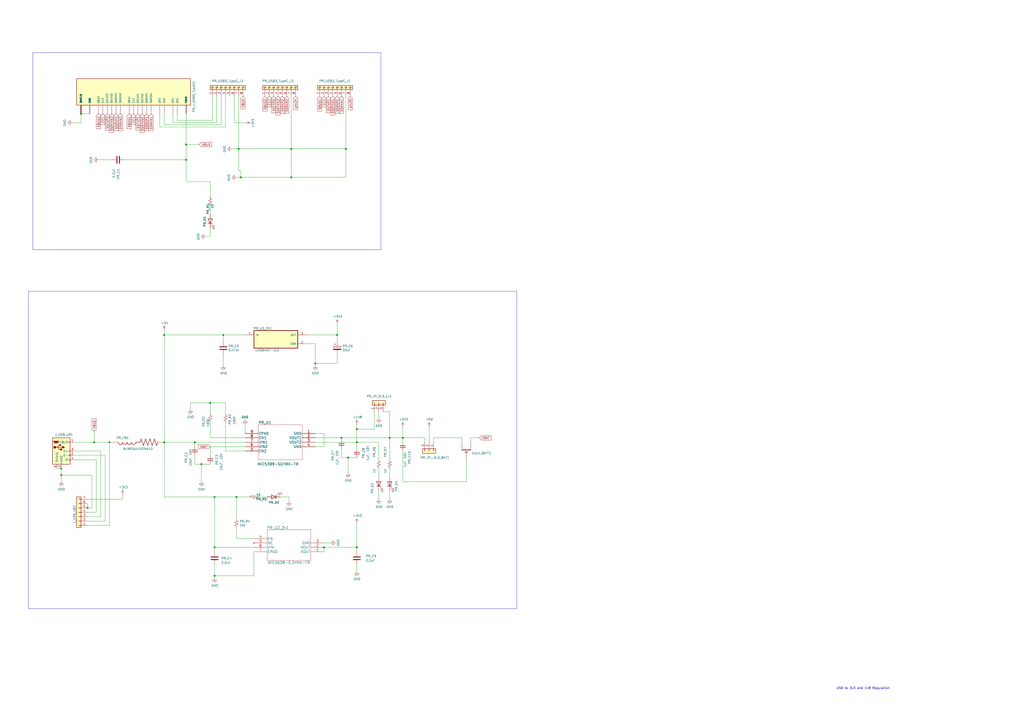
<source format=kicad_sch>
(kicad_sch (version 20230121) (generator eeschema)
  (paper "A2")
  (lib_symbols
    (symbol "BLM03AX102SN1D:BLM03AX102SN1D" (pin_numbers hide) (pin_names (offset 1.016) hide)
      (property "Reference" "FL" (at -12.7 5.08 0))
      (property "Value" "BLM03AX102SN1D" (at -12.7 -5.08 0))
      (symbol "BLM03AX102SN1D_0_0"
        (arc (start -12.7 0) (mid -11.43 -1.2645) (end -10.16 0) (stroke (width 0.254)))
        (arc (start -10.16 0) (mid -8.89 -1.2645) (end -7.62 0) (stroke (width 0.254)))
        (arc (start -7.62 0) (mid -6.35 -1.2645) (end -5.08 0) (stroke (width 0.254)))
        (arc (start -5.08 0) (mid -3.81 -1.2645) (end -2.54 0) (stroke (width 0.254)))
        (polyline (pts (xy 0 0) (xy -2.54 0)) (stroke (width 0.254)))
        (polyline (pts (xy 0 0) (xy 0.635 1.905)) (stroke (width 0.254)))
        (polyline (pts (xy 0.635 1.905) (xy 1.905 -1.905)) (stroke (width 0.254)))
        (polyline (pts (xy 1.905 -1.905) (xy 3.175 1.905)) (stroke (width 0.254)))
        (polyline (pts (xy 3.175 1.905) (xy 4.445 -1.905)) (stroke (width 0.254)))
        (polyline (pts (xy 4.445 -1.905) (xy 5.715 1.905)) (stroke (width 0.254)))
        (polyline (pts (xy 5.715 1.905) (xy 6.985 -1.905)) (stroke (width 0.254)))
        (polyline (pts (xy 6.985 -1.905) (xy 8.255 1.905)) (stroke (width 0.254)))
        (polyline (pts (xy 8.255 1.905) (xy 9.525 -1.905)) (stroke (width 0.254)))
        (polyline (pts (xy 9.525 -1.905) (xy 10.16 0)) (stroke (width 0.254)))
        (pin passive line (at -15.24 0 0) (length 2.54) (name "~") (number "1"))
        (pin passive line (at 12.7 0 180) (length 2.54) (name "~") (number "2"))
      )
    )
    (symbol "Connector:Screw_Terminal_01x08" (pin_names (offset 1.016) hide)
      (property "Reference" "J" (at 0 10.16 0))
      (property "Value" "Screw_Terminal_01x08" (at 0 -12.7 0))
      (symbol "Screw_Terminal_01x08_1_1"
        (rectangle (start -1.27 8.89) (end 1.27 -11.43) (stroke (width 0.254)) (fill (type background)))
        (circle (center 0 -10.16) (radius 0.635) (stroke (width 0.1524)))
        (circle (center 0 -7.62) (radius 0.635) (stroke (width 0.1524)))
        (circle (center 0 -5.08) (radius 0.635) (stroke (width 0.1524)))
        (circle (center 0 -2.54) (radius 0.635) (stroke (width 0.1524)))
        (polyline (pts (xy -0.5334 -9.8298) (xy 0.3302 -10.668)) (stroke (width 0.1524)))
        (polyline (pts (xy -0.5334 -7.2898) (xy 0.3302 -8.128)) (stroke (width 0.1524)))
        (polyline (pts (xy -0.5334 -4.7498) (xy 0.3302 -5.588)) (stroke (width 0.1524)))
        (polyline (pts (xy -0.5334 -2.2098) (xy 0.3302 -3.048)) (stroke (width 0.1524)))
        (polyline (pts (xy -0.5334 0.3302) (xy 0.3302 -0.508)) (stroke (width 0.1524)))
        (polyline (pts (xy -0.5334 2.8702) (xy 0.3302 2.032)) (stroke (width 0.1524)))
        (polyline (pts (xy -0.5334 5.4102) (xy 0.3302 4.572)) (stroke (width 0.1524)))
        (polyline (pts (xy -0.5334 7.9502) (xy 0.3302 7.112)) (stroke (width 0.1524)))
        (polyline (pts (xy -0.3556 -9.652) (xy 0.508 -10.4902)) (stroke (width 0.1524)))
        (polyline (pts (xy -0.3556 -7.112) (xy 0.508 -7.9502)) (stroke (width 0.1524)))
        (polyline (pts (xy -0.3556 -4.572) (xy 0.508 -5.4102)) (stroke (width 0.1524)))
        (polyline (pts (xy -0.3556 -2.032) (xy 0.508 -2.8702)) (stroke (width 0.1524)))
        (polyline (pts (xy -0.3556 0.508) (xy 0.508 -0.3302)) (stroke (width 0.1524)))
        (polyline (pts (xy -0.3556 3.048) (xy 0.508 2.2098)) (stroke (width 0.1524)))
        (polyline (pts (xy -0.3556 5.588) (xy 0.508 4.7498)) (stroke (width 0.1524)))
        (polyline (pts (xy -0.3556 8.128) (xy 0.508 7.2898)) (stroke (width 0.1524)))
        (circle (center 0 0) (radius 0.635) (stroke (width 0.1524)))
        (circle (center 0 2.54) (radius 0.635) (stroke (width 0.1524)))
        (circle (center 0 5.08) (radius 0.635) (stroke (width 0.1524)))
        (circle (center 0 7.62) (radius 0.635) (stroke (width 0.1524)))
        (pin passive line (at -5.08 7.62 0) (length 3.81) (name "Pin_1") (number "1"))
        (pin passive line (at -5.08 5.08 0) (length 3.81) (name "Pin_2") (number "2"))
        (pin passive line (at -5.08 2.54 0) (length 3.81) (name "Pin_3") (number "3"))
        (pin passive line (at -5.08 0 0) (length 3.81) (name "Pin_4") (number "4"))
        (pin passive line (at -5.08 -2.54 0) (length 3.81) (name "Pin_5") (number "5"))
        (pin passive line (at -5.08 -5.08 0) (length 3.81) (name "Pin_6") (number "6"))
        (pin passive line (at -5.08 -7.62 0) (length 3.81) (name "Pin_7") (number "7"))
        (pin passive line (at -5.08 -10.16 0) (length 3.81) (name "Pin_8") (number "8"))
      )
    )
    (symbol "Connector:USB_B_Micro" (pin_names (offset 1.016))
      (property "Reference" "J" (at -5.08 11.43 0))
      (property "Value" "USB_B_Micro" (at -5.08 8.89 0))
      (symbol "USB_B_Micro_0_1"
        (rectangle (start -5.08 -7.62) (end 5.08 7.62) (stroke (width 0.254)) (fill (type background)))
        (circle (center -3.81 2.159) (radius 0.635) (stroke (width 0.254)) (fill (type outline)))
        (circle (center -0.635 3.429) (radius 0.381) (stroke (width 0.254)) (fill (type outline)))
        (rectangle (start -0.127 -7.62) (end 0.127 -6.858))
        (polyline (pts (xy -1.905 2.159) (xy 0.635 2.159)) (stroke (width 0.254)))
        (polyline (pts (xy -3.175 2.159) (xy -2.54 2.159) (xy -1.27 3.429) (xy -0.635 3.429)) (stroke (width 0.254)))
        (polyline (pts (xy -2.54 2.159) (xy -1.905 2.159) (xy -1.27 0.889) (xy 0 0.889)) (stroke (width 0.254)))
        (polyline (pts (xy 0.635 2.794) (xy 0.635 1.524) (xy 1.905 2.159) (xy 0.635 2.794)) (stroke (width 0.254)) (fill (type outline)))
        (polyline (pts (xy -4.318 5.588) (xy -1.778 5.588) (xy -2.032 4.826) (xy -4.064 4.826) (xy -4.318 5.588)) (fill (type outline)))
        (polyline (pts (xy -4.699 5.842) (xy -4.699 5.588) (xy -4.445 4.826) (xy -4.445 4.572) (xy -1.651 4.572) (xy -1.651 4.826) (xy -1.397 5.588) (xy -1.397 5.842) (xy -4.699 5.842)))
        (rectangle (start 0.254 1.27) (end -0.508 0.508) (stroke (width 0.254)) (fill (type outline)))
        (rectangle (start 5.08 -5.207) (end 4.318 -4.953))
        (rectangle (start 5.08 -2.667) (end 4.318 -2.413))
        (rectangle (start 5.08 -0.127) (end 4.318 0.127))
        (rectangle (start 5.08 4.953) (end 4.318 5.207))
      )
      (symbol "USB_B_Micro_1_1"
        (pin power_out line (at 7.62 5.08 180) (length 2.54) (name "VBUS") (number "1"))
        (pin bidirectional line (at 7.62 -2.54 180) (length 2.54) (name "D-") (number "2"))
        (pin bidirectional line (at 7.62 0 180) (length 2.54) (name "D+") (number "3"))
        (pin passive line (at 7.62 -5.08 180) (length 2.54) (name "ID") (number "4"))
        (pin power_out line (at 0 -10.16 90) (length 2.54) (name "GND") (number "5"))
        (pin passive line (at -2.54 -10.16 90) (length 2.54) (name "Shield") (number "6"))
      )
    )
    (symbol "Connector_Generic:Conn_01x03" (pin_names (offset 1.016) hide)
      (property "Reference" "J" (at 0 5.08 0))
      (property "Value" "Conn_01x03" (at 0 -5.08 0))
      (symbol "Conn_01x03_1_1"
        (rectangle (start -1.27 -2.413) (end 0 -2.667) (stroke (width 0.1524)))
        (rectangle (start -1.27 0.127) (end 0 -0.127) (stroke (width 0.1524)))
        (rectangle (start -1.27 2.667) (end 0 2.413) (stroke (width 0.1524)))
        (rectangle (start -1.27 3.81) (end 1.27 -3.81) (stroke (width 0.254)) (fill (type background)))
        (pin passive line (at -5.08 2.54 0) (length 3.81) (name "Pin_1") (number "1"))
        (pin passive line (at -5.08 0 0) (length 3.81) (name "Pin_2") (number "2"))
        (pin passive line (at -5.08 -2.54 0) (length 3.81) (name "Pin_3") (number "3"))
      )
    )
    (symbol "Connector_Generic:Conn_01x07" (pin_names (offset 1.016) hide)
      (property "Reference" "J" (at 0 10.16 0))
      (property "Value" "Conn_01x07" (at 0 -10.16 0))
      (symbol "Conn_01x07_1_1"
        (rectangle (start -1.27 -7.493) (end 0 -7.747) (stroke (width 0.1524)))
        (rectangle (start -1.27 -4.953) (end 0 -5.207) (stroke (width 0.1524)))
        (rectangle (start -1.27 -2.413) (end 0 -2.667) (stroke (width 0.1524)))
        (rectangle (start -1.27 0.127) (end 0 -0.127) (stroke (width 0.1524)))
        (rectangle (start -1.27 2.667) (end 0 2.413) (stroke (width 0.1524)))
        (rectangle (start -1.27 5.207) (end 0 4.953) (stroke (width 0.1524)))
        (rectangle (start -1.27 7.747) (end 0 7.493) (stroke (width 0.1524)))
        (rectangle (start -1.27 8.89) (end 1.27 -8.89) (stroke (width 0.254)) (fill (type background)))
        (pin passive line (at -5.08 7.62 0) (length 3.81) (name "Pin_1") (number "1"))
        (pin passive line (at -5.08 5.08 0) (length 3.81) (name "Pin_2") (number "2"))
        (pin passive line (at -5.08 2.54 0) (length 3.81) (name "Pin_3") (number "3"))
        (pin passive line (at -5.08 0 0) (length 3.81) (name "Pin_4") (number "4"))
        (pin passive line (at -5.08 -2.54 0) (length 3.81) (name "Pin_5") (number "5"))
        (pin passive line (at -5.08 -5.08 0) (length 3.81) (name "Pin_6") (number "6"))
        (pin passive line (at -5.08 -7.62 0) (length 3.81) (name "Pin_7") (number "7"))
      )
    )
    (symbol "Device:C" (pin_numbers hide) (pin_names (offset 0.254))
      (property "Reference" "C" (at 0.635 2.54 0))
      (property "Value" "C" (at 0.635 -2.54 0))
      (symbol "C_0_1"
        (polyline (pts (xy -2.032 -0.762) (xy 2.032 -0.762)) (stroke (width 0.508)))
        (polyline (pts (xy -2.032 0.762) (xy 2.032 0.762)) (stroke (width 0.508)))
      )
      (symbol "C_1_1"
        (pin passive line (at 0 3.81 270) (length 2.794) (name "~") (number "1"))
        (pin passive line (at 0 -3.81 90) (length 2.794) (name "~") (number "2"))
      )
    )
    (symbol "Device:C_Small" (pin_numbers hide) (pin_names (offset 0.254) hide)
      (property "Reference" "C" (at 0.254 1.778 0))
      (property "Value" "C_Small" (at 0.254 -2.032 0))
      (symbol "C_Small_0_1"
        (polyline (pts (xy -1.524 -0.508) (xy 1.524 -0.508)) (stroke (width 0.3302)))
        (polyline (pts (xy -1.524 0.508) (xy 1.524 0.508)) (stroke (width 0.3048)))
      )
      (symbol "C_Small_1_1"
        (pin passive line (at 0 2.54 270) (length 2.032) (name "~") (number "1"))
        (pin passive line (at 0 -2.54 90) (length 2.032) (name "~") (number "2"))
      )
    )
    (symbol "Device:LED" (pin_numbers hide) (pin_names (offset 1.016) hide)
      (property "Reference" "D" (at 0 2.54 0))
      (property "Value" "LED" (at 0 -2.54 0))
      (symbol "LED_0_1"
        (polyline (pts (xy -1.27 -1.27) (xy -1.27 1.27)) (stroke (width 0.254)))
        (polyline (pts (xy -1.27 0) (xy 1.27 0)))
        (polyline (pts (xy 1.27 -1.27) (xy 1.27 1.27) (xy -1.27 0) (xy 1.27 -1.27)) (stroke (width 0.254)))
        (polyline (pts (xy -3.048 -0.762) (xy -4.572 -2.286) (xy -3.81 -2.286) (xy -4.572 -2.286) (xy -4.572 -1.524)))
        (polyline (pts (xy -1.778 -0.762) (xy -3.302 -2.286) (xy -2.54 -2.286) (xy -3.302 -2.286) (xy -3.302 -1.524)))
      )
      (symbol "LED_1_1"
        (pin passive line (at -3.81 0 0) (length 2.54) (name "K") (number "1"))
        (pin passive line (at 3.81 0 180) (length 2.54) (name "A") (number "2"))
      )
    )
    (symbol "Device:R_Small_US" (pin_numbers hide) (pin_names (offset 0.254) hide)
      (property "Reference" "R" (at 0.762 0.508 0))
      (property "Value" "R_Small_US" (at 0.762 -1.016 0))
      (symbol "R_Small_US_1_1"
        (polyline (pts (xy 0 0) (xy 1.016 -0.381) (xy 0 -0.762) (xy -1.016 -1.143) (xy 0 -1.524)))
        (polyline (pts (xy 0 1.524) (xy 1.016 1.143) (xy 0 0.762) (xy -1.016 0.381) (xy 0 0)))
        (pin passive line (at 0 2.54 270) (length 1.016) (name "~") (number "1"))
        (pin passive line (at 0 -2.54 90) (length 1.016) (name "~") (number "2"))
      )
    )
    (symbol "FPGAs-Ard_RPi_BB-rescue:CP-Device" (pin_numbers hide) (pin_names (offset 0.254))
      (property "Reference" "C" (at 0.635 2.54 0))
      (property "Value" "Device_CP" (at 0.635 -2.54 0))
      (symbol "CP-Device_0_1"
        (rectangle (start -2.286 0.508) (end 2.286 1.016))
        (polyline (pts (xy -1.778 2.286) (xy -0.762 2.286)))
        (polyline (pts (xy -1.27 2.794) (xy -1.27 1.778)))
        (rectangle (start 2.286 -0.508) (end -2.286 -1.016) (fill (type outline)))
      )
      (symbol "CP-Device_1_1"
        (pin passive line (at 0 3.81 270) (length 2.794) (name "~") (number "1"))
        (pin passive line (at 0 -3.81 90) (length 2.794) (name "~") (number "2"))
      )
    )
    (symbol "FPGAs-Ard_RPi_BB-rescue:CR2032-CR2032" (pin_numbers hide) (pin_names (offset 1.016) hide)
      (property "Reference" "U" (at -1.27 3.175 0))
      (property "Value" "CR2032_CR2032" (at -1.27 -5.08 0))
      (symbol "CR2032-CR2032_0_0"
        (polyline (pts (xy -2.54 0) (xy -0.635 0)) (stroke (width 0.1524)))
        (polyline (pts (xy -0.635 0) (xy -0.635 -0.635)) (stroke (width 0.4064)))
        (polyline (pts (xy -0.635 0.635) (xy -0.635 0)) (stroke (width 0.4064)))
        (polyline (pts (xy 0.635 -2.54) (xy 2.54 -2.54)) (stroke (width 0.1524)))
        (polyline (pts (xy 0.635 2.54) (xy 0.635 -2.54)) (stroke (width 0.4064)))
        (polyline (pts (xy 0.635 2.54) (xy 2.54 2.54)) (stroke (width 0.1524)))
        (pin passive line (at 5.08 2.54 180) (length 2.54) (name "~") (number "+$1"))
        (pin passive line (at 5.08 -2.54 180) (length 2.54) (name "~") (number "+$2"))
        (pin passive line (at -5.08 0 0) (length 2.54) (name "~") (number "-"))
      )
    )
    (symbol "FPGAs-Ard_RPi_BB-rescue:MIC5399-SGYMX-TR-2021-11-03_20-27-32" (pin_names (offset 0.254))
      (property "Reference" "U" (at 20.32 10.16 0))
      (property "Value" "2021-11-03_20-27-32_MIC5399-SGYMX-TR" (at 20.32 7.62 0))
      (symbol "MIC5399-SGYMX-TR-2021-11-03_20-27-32_1_1"
        (polyline (pts (xy 7.62 -15.24) (xy 33.02 -15.24)) (stroke (width 0.127)))
        (polyline (pts (xy 7.62 5.08) (xy 7.62 -15.24)) (stroke (width 0.127)))
        (polyline (pts (xy 33.02 -15.24) (xy 33.02 5.08)) (stroke (width 0.127)))
        (polyline (pts (xy 33.02 5.08) (xy 7.62 5.08)) (stroke (width 0.127)))
        (pin power_in line (at 0 0 0) (length 7.62) (name "GND") (number "1"))
        (pin output line (at 0 -2.54 0) (length 7.62) (name "VOUT1") (number "2"))
        (pin output line (at 0 -5.08 0) (length 7.62) (name "VOUT2") (number "3"))
        (pin power_in line (at 0 -7.62 0) (length 7.62) (name "GND") (number "4"))
        (pin input line (at 40.64 -10.16 180) (length 7.62) (name "EN2") (number "5"))
        (pin input line (at 40.64 -7.62 180) (length 7.62) (name "VIN2") (number "6"))
        (pin input line (at 40.64 -5.08 180) (length 7.62) (name "VIN1") (number "7"))
        (pin input line (at 40.64 -2.54 180) (length 7.62) (name "EN1") (number "8"))
        (pin unspecified line (at 40.64 0 180) (length 7.62) (name "EPAD") (number "9"))
      )
    )
    (symbol "FPGAs-Ard_RPi_BB-rescue:MIC5528-3.3YMX-TR-2021-10-30_08-35-38" (pin_names (offset 0.254))
      (property "Reference" "U" (at 20.32 10.16 0))
      (property "Value" "2021-10-30_08-35-38_MIC5528-3.3YMX-TR" (at 20.32 7.62 0))
      (symbol "MIC5528-3.3YMX-TR-2021-10-30_08-35-38_1_1"
        (polyline (pts (xy 7.62 -12.7) (xy 33.02 -12.7)) (stroke (width 0.127)))
        (polyline (pts (xy 7.62 5.08) (xy 7.62 -12.7)) (stroke (width 0.127)))
        (polyline (pts (xy 33.02 -12.7) (xy 33.02 5.08)) (stroke (width 0.127)))
        (polyline (pts (xy 33.02 5.08) (xy 7.62 5.08)) (stroke (width 0.127)))
        (pin output line (at 0 0 0) (length 7.62) (name "VOUT") (number "1"))
        (pin output line (at 0 -2.54 0) (length 7.62) (name "VOUT") (number "2"))
        (pin power_in line (at 0 -5.08 0) (length 7.62) (name "GND") (number "3"))
        (pin input line (at 40.64 -7.62 180) (length 7.62) (name "EN") (number "4"))
        (pin no_connect line (at 40.64 -5.08 180) (length 7.62) (name "NC") (number "5"))
        (pin input line (at 40.64 -2.54 180) (length 7.62) (name "VIN") (number "6"))
        (pin unspecified line (at 40.64 0 180) (length 7.62) (name "EPAD") (number "7"))
      )
    )
    (symbol "FPGAs-Ard_RPi_BB-rescue:UJ31-CH-31-SMT-TR-UJ31-CH-31-SMT-TR" (pin_numbers hide) (pin_names (offset 1.016))
      (property "Reference" "J" (at -7.62 33.655 0))
      (property "Value" "UJ31-CH-31-SMT-TR_UJ31-CH-31-SMT-TR" (at -7.62 -35.56 0))
      (symbol "UJ31-CH-31-SMT-TR-UJ31-CH-31-SMT-TR_0_0"
        (rectangle (start -7.62 -33.02) (end 7.62 33.02) (stroke (width 0.254)) (fill (type background)))
        (pin passive line (at 12.7 -30.48 180) (length 5.08) (name "SHIELD") (number "1"))
        (pin passive line (at 12.7 -30.48 180) (length 5.08) (name "SHIELD") (number "2"))
        (pin passive line (at 12.7 -30.48 180) (length 5.08) (name "SHIELD") (number "3"))
        (pin passive line (at 12.7 -30.48 180) (length 5.08) (name "SHIELD") (number "4"))
        (pin passive line (at 12.7 -30.48 180) (length 5.08) (name "SHIELD") (number "5"))
        (pin passive line (at 12.7 -30.48 180) (length 5.08) (name "SHIELD") (number "6"))
        (pin power_in line (at 12.7 -25.4 180) (length 5.08) (name "GND") (number "A1"))
        (pin bidirectional line (at 12.7 -7.62 180) (length 5.08) (name "SSRXN2") (number "A10"))
        (pin bidirectional line (at 12.7 -10.16 180) (length 5.08) (name "SSRXP2") (number "A11"))
        (pin power_in line (at 12.7 -25.4 180) (length 5.08) (name "GND") (number "A12"))
        (pin bidirectional line (at 12.7 2.54 180) (length 5.08) (name "SSTXP1") (number "A2"))
        (pin bidirectional line (at 12.7 5.08 180) (length 5.08) (name "SSTXN1") (number "A3"))
        (pin power_in line (at 12.7 30.48 180) (length 5.08) (name "VBUS") (number "A4"))
        (pin bidirectional line (at 12.7 0 180) (length 5.08) (name "CC1") (number "A5"))
        (pin bidirectional line (at 12.7 22.86 180) (length 5.08) (name "DP1") (number "A6"))
        (pin bidirectional line (at 12.7 25.4 180) (length 5.08) (name "DN1") (number "A7"))
        (pin bidirectional line (at 12.7 -2.54 180) (length 5.08) (name "SBU1") (number "A8"))
        (pin power_in line (at 12.7 30.48 180) (length 5.08) (name "VBUS") (number "A9"))
        (pin power_in line (at 12.7 -25.4 180) (length 5.08) (name "GND") (number "B1"))
        (pin bidirectional line (at 12.7 10.16 180) (length 5.08) (name "SSRXN1") (number "B10"))
        (pin bidirectional line (at 12.7 7.62 180) (length 5.08) (name "SSRXP1") (number "B11"))
        (pin power_in line (at 12.7 -25.4 180) (length 5.08) (name "GND") (number "B12"))
        (pin bidirectional line (at 12.7 -15.24 180) (length 5.08) (name "SSTXP2") (number "B2"))
        (pin bidirectional line (at 12.7 -12.7 180) (length 5.08) (name "SSTXN2") (number "B3"))
        (pin power_in line (at 12.7 30.48 180) (length 5.08) (name "VBUS") (number "B4"))
        (pin bidirectional line (at 12.7 -17.78 180) (length 5.08) (name "CC2") (number "B5"))
        (pin bidirectional line (at 12.7 15.24 180) (length 5.08) (name "DP2") (number "B6"))
        (pin bidirectional line (at 12.7 17.78 180) (length 5.08) (name "DN2") (number "B7"))
        (pin bidirectional line (at 12.7 -20.32 180) (length 5.08) (name "SBU2") (number "B8"))
        (pin power_in line (at 12.7 30.48 180) (length 5.08) (name "VBUS") (number "B9"))
        (pin passive line (at 12.7 -30.48 180) (length 5.08) (name "SHIELD") (number "S1"))
        (pin passive line (at 12.7 -30.48 180) (length 5.08) (name "SHIELD") (number "S2"))
      )
    )
    (symbol "LM3940IT-3.3:LM3940IT-3.3" (pin_names (offset 1.016))
      (property "Reference" "U" (at -12.7 6.0706 0))
      (property "Value" "LM3940IT-3.3" (at -12.7 -9.0678 0))
      (symbol "LM3940IT-3.3_0_0"
        (rectangle (start -12.7 -5.08) (end 12.7 5.08) (stroke (width 0.4064)) (fill (type background)))
        (pin input line (at -17.78 2.54 0) (length 5.08) (name "IN") (number "1"))
        (pin power_in line (at 17.78 -2.54 180) (length 5.08) (name "GND") (number "2"))
        (pin output line (at 17.78 2.54 180) (length 5.08) (name "OUT") (number "3"))
      )
    )
    (symbol "power:+1V8" (power) (pin_names (offset 0))
      (property "Value" "+1V8" (at 0 3.556 0))
      (symbol "+1V8_0_1"
        (polyline (pts (xy -0.762 1.27) (xy 0 2.54)))
        (polyline (pts (xy 0 0) (xy 0 2.54)))
        (polyline (pts (xy 0 2.54) (xy 0.762 1.27)))
      )
      (symbol "+1V8_1_1"
        (pin power_in line (at 0 0 90) (length 0) hide (name "+1V8") (number "1"))
      )
    )
    (symbol "power:+3V3" (power) (pin_names (offset 0))
      (property "Value" "+3V3" (at 0 3.556 0))
      (symbol "+3V3_0_1"
        (polyline (pts (xy -0.762 1.27) (xy 0 2.54)))
        (polyline (pts (xy 0 0) (xy 0 2.54)))
        (polyline (pts (xy 0 2.54) (xy 0.762 1.27)))
      )
      (symbol "+3V3_1_1"
        (pin power_in line (at 0 0 90) (length 0) hide (name "+3V3") (number "1"))
      )
    )
    (symbol "power:+5V" (power) (pin_names (offset 0))
      (property "Value" "+5V" (at 0 3.556 0))
      (symbol "+5V_0_1"
        (polyline (pts (xy -0.762 1.27) (xy 0 2.54)))
        (polyline (pts (xy 0 0) (xy 0 2.54)))
        (polyline (pts (xy 0 2.54) (xy 0.762 1.27)))
      )
      (symbol "+5V_1_1"
        (pin power_in line (at 0 0 90) (length 0) hide (name "+5V") (number "1"))
      )
    )
    (symbol "power:GND" (power) (pin_names (offset 0))
      (property "Value" "GND" (at 0 -3.81 0))
      (symbol "GND_0_1"
        (polyline (pts (xy 0 0) (xy 0 -1.27) (xy 1.27 -1.27) (xy 0 -2.54) (xy -1.27 -1.27) (xy 0 -1.27)))
      )
      (symbol "GND_1_1"
        (pin power_in line (at 0 0 270) (length 0) hide (name "GND") (number "1"))
      )
    )
    (symbol "power:VDD" (power) (pin_names (offset 0))
      (property "Value" "VDD" (at 0 3.81 0))
      (symbol "VDD_0_1"
        (polyline (pts (xy -0.762 1.27) (xy 0 2.54)))
        (polyline (pts (xy 0 0) (xy 0 2.54)))
        (polyline (pts (xy 0 2.54) (xy 0.762 1.27)))
      )
      (symbol "VDD_1_1"
        (pin power_in line (at 0 0 90) (length 0) hide (name "VDD") (number "1"))
      )
    )
  )
  (junction (at 107.95 83.82))
  (junction (at 201.93 265.43))
  (junction (at 200.66 86.36))
  (junction (at 182.88 210.82))
  (junction (at 195.58 194.31))
  (junction (at 95.25 194.31))
  (junction (at 46.99 66.04))
  (junction (at 95.25 256.54))
  (junction (at 124.46 334.01))
  (junction (at 54.61 256.54))
  (junction (at 207.01 248.92))
  (junction (at 226.06 254))
  (junction (at 113.03 256.54))
  (junction (at 137.16 288.29))
  (junction (at 139.7 102.87))
  (junction (at 233.68 254))
  (junction (at 35.56 271.78))
  (junction (at 107.95 92.71))
  (junction (at 207.01 256.54))
  (junction (at 50.8 294.64))
  (junction (at 121.92 233.68))
  (junction (at 138.43 86.36))
  (junction (at 116.84 269.24))
  (junction (at 168.91 102.87))
  (junction (at 124.46 288.29))
  (junction (at 198.12 254))
  (junction (at 63.5 256.54))
  (junction (at 168.91 86.36))
  (junction (at 35.56 275.59))
  (junction (at 129.54 194.31))
  (junction (at 124.46 317.5))
  (junction (at 207.01 317.5))
  (junction (at 187.96 317.5))
  (polyline (pts (xy 19.05 30.48) (xy 220.98 30.48)))
  (wire (pts (xy 137.16 288.29) (xy 144.78 288.29)))
  (wire (pts (xy 138.43 55.88) (xy 138.43 86.36)))
  (wire (pts (xy 207.01 256.54) (xy 207.01 260.35)))
  (wire (pts (xy 50.8 289.56) (xy 71.12 289.56)))
  (wire (pts (xy 182.88 251.46) (xy 187.96 251.46)))
  (wire (pts (xy 124.46 288.29) (xy 124.46 317.5)))
  (wire (pts (xy 66.04 256.54) (xy 63.5 256.54)))
  (wire (pts (xy 130.81 55.88) (xy 130.81 73.66)))
  (wire (pts (xy 107.95 66.04) (xy 107.95 83.82)))
  (wire (pts (xy 63.5 256.54) (xy 63.5 304.8)))
  (wire (pts (xy 107.95 83.82) (xy 107.95 92.71)))
  (wire (pts (xy 177.8 199.39) (xy 182.88 199.39)))
  (wire (pts (xy 135.89 55.88) (xy 135.89 71.12)))
  (wire (pts (xy 64.77 92.71) (xy 57.15 92.71)))
  (wire (pts (xy 60.96 264.16) (xy 60.96 302.26)))
  (wire (pts (xy 43.18 261.62) (xy 58.42 261.62)))
  (wire (pts (xy 201.93 265.43) (xy 201.93 274.32)))
  (wire (pts (xy 121.92 259.08) (xy 121.92 264.16)))
  (wire (pts (xy 115.57 83.82) (xy 107.95 83.82)))
  (polyline (pts (xy 16.51 168.91) (xy 299.72 168.91)))
  (wire (pts (xy 246.38 254) (xy 233.68 254)))
  (wire (pts (xy 270.51 266.7) (xy 270.51 279.4)))
  (wire (pts (xy 50.8 297.18) (xy 55.88 297.18)))
  (wire (pts (xy 50.8 299.72) (xy 58.42 299.72)))
  (wire (pts (xy 137.16 306.07) (xy 137.16 312.42)))
  (wire (pts (xy 195.58 187.96) (xy 195.58 194.31)))
  (wire (pts (xy 207.01 303.53) (xy 207.01 317.5)))
  (wire (pts (xy 200.66 102.87) (xy 168.91 102.87)))
  (wire (pts (xy 219.71 271.78) (xy 219.71 276.86)))
  (wire (pts (xy 198.12 254) (xy 226.06 254)))
  (wire (pts (xy 125.73 71.12) (xy 125.73 55.88)))
  (polyline (pts (xy 19.05 144.78) (xy 19.05 30.48)))
  (wire (pts (xy 130.81 245.11) (xy 130.81 261.62)))
  (wire (pts (xy 43.18 264.16) (xy 60.96 264.16)))
  (wire (pts (xy 124.46 334.01) (xy 124.46 335.28)))
  (wire (pts (xy 95.25 66.04) (xy 95.25 72.39)))
  (wire (pts (xy 273.05 254) (xy 278.13 254)))
  (polyline (pts (xy 299.72 353.06) (xy 16.51 353.06)))
  (wire (pts (xy 139.7 102.87) (xy 137.16 102.87)))
  (wire (pts (xy 95.25 288.29) (xy 95.25 256.54)))
  (polyline (pts (xy 220.98 144.78) (xy 19.05 144.78)))
  (wire (pts (xy 35.56 271.78) (xy 35.56 275.59)))
  (wire (pts (xy 219.71 284.48) (xy 219.71 289.56)))
  (wire (pts (xy 198.12 265.43) (xy 201.93 265.43)))
  (wire (pts (xy 113.03 264.16) (xy 113.03 269.24)))
  (wire (pts (xy 182.88 210.82) (xy 182.88 212.09)))
  (wire (pts (xy 129.54 205.74) (xy 129.54 212.09)))
  (wire (pts (xy 50.8 292.1) (xy 50.8 294.64)))
  (wire (pts (xy 128.27 72.39) (xy 128.27 55.88)))
  (wire (pts (xy 226.06 238.76) (xy 226.06 254)))
  (wire (pts (xy 168.91 86.36) (xy 200.66 86.36)))
  (wire (pts (xy 93.98 256.54) (xy 95.25 256.54)))
  (wire (pts (xy 138.43 99.06) (xy 139.7 99.06)))
  (wire (pts (xy 121.92 132.08) (xy 121.92 137.16)))
  (wire (pts (xy 233.68 254) (xy 233.68 256.54)))
  (wire (pts (xy 187.96 259.08) (xy 182.88 259.08)))
  (wire (pts (xy 71.12 289.56) (xy 71.12 287.02)))
  (wire (pts (xy 198.12 260.35) (xy 198.12 265.43)))
  (wire (pts (xy 113.03 269.24) (xy 116.84 269.24)))
  (wire (pts (xy 167.64 288.29) (xy 167.64 290.83)))
  (wire (pts (xy 46.99 66.04) (xy 46.99 71.12)))
  (wire (pts (xy 92.71 73.66) (xy 92.71 66.04)))
  (wire (pts (xy 207.01 248.92) (xy 207.01 256.54)))
  (wire (pts (xy 139.7 99.06) (xy 139.7 102.87)))
  (wire (pts (xy 53.34 275.59) (xy 35.56 275.59)))
  (wire (pts (xy 233.68 279.4) (xy 270.51 279.4)))
  (wire (pts (xy 233.68 254) (xy 233.68 247.65)))
  (wire (pts (xy 121.92 105.41) (xy 107.95 105.41)))
  (wire (pts (xy 43.18 266.7) (xy 55.88 266.7)))
  (wire (pts (xy 273.05 256.54) (xy 273.05 254)))
  (wire (pts (xy 182.88 254) (xy 198.12 254)))
  (wire (pts (xy 226.06 284.48) (xy 226.06 289.56)))
  (wire (pts (xy 121.92 105.41) (xy 121.92 114.3)))
  (wire (pts (xy 124.46 288.29) (xy 95.25 288.29)))
  (wire (pts (xy 129.54 198.12) (xy 129.54 194.31)))
  (wire (pts (xy 177.8 194.31) (xy 195.58 194.31)))
  (wire (pts (xy 226.06 254) (xy 233.68 254)))
  (wire (pts (xy 246.38 256.54) (xy 246.38 254)))
  (wire (pts (xy 134.62 86.36) (xy 138.43 86.36)))
  (wire (pts (xy 200.66 55.88) (xy 200.66 86.36)))
  (wire (pts (xy 121.92 119.38) (xy 121.92 124.46)))
  (wire (pts (xy 55.88 266.7) (xy 55.88 297.18)))
  (wire (pts (xy 207.01 265.43) (xy 201.93 265.43)))
  (wire (pts (xy 116.84 269.24) (xy 121.92 269.24)))
  (wire (pts (xy 222.25 238.76) (xy 226.06 238.76)))
  (wire (pts (xy 121.92 254) (xy 142.24 254)))
  (wire (pts (xy 142.24 251.46) (xy 142.24 246.38)))
  (wire (pts (xy 187.96 317.5) (xy 207.01 317.5)))
  (wire (pts (xy 219.71 238.76) (xy 219.71 242.57)))
  (wire (pts (xy 137.16 288.29) (xy 137.16 300.99)))
  (wire (pts (xy 195.58 194.31) (xy 195.58 198.12)))
  (wire (pts (xy 58.42 261.62) (xy 58.42 299.72)))
  (wire (pts (xy 207.01 246.38) (xy 207.01 248.92)))
  (wire (pts (xy 200.66 86.36) (xy 200.66 102.87)))
  (wire (pts (xy 113.03 256.54) (xy 113.03 259.08)))
  (polyline (pts (xy 299.72 168.91) (xy 299.72 353.06)))
  (wire (pts (xy 267.97 254) (xy 267.97 256.54)))
  (wire (pts (xy 50.8 304.8) (xy 63.5 304.8)))
  (wire (pts (xy 251.46 254) (xy 267.97 254)))
  (wire (pts (xy 124.46 334.01) (xy 147.32 334.01)))
  (wire (pts (xy 124.46 327.66) (xy 124.46 334.01)))
  (wire (pts (xy 100.33 66.04) (xy 100.33 71.12)))
  (wire (pts (xy 54.61 256.54) (xy 63.5 256.54)))
  (wire (pts (xy 116.84 279.4) (xy 116.84 269.24)))
  (wire (pts (xy 35.56 275.59) (xy 35.56 279.4)))
  (polyline (pts (xy 220.98 30.48) (xy 220.98 144.78)))
  (wire (pts (xy 95.25 256.54) (xy 113.03 256.54)))
  (wire (pts (xy 198.12 254) (xy 198.12 255.27)))
  (wire (pts (xy 182.88 199.39) (xy 182.88 210.82)))
  (wire (pts (xy 219.71 266.7) (xy 219.71 256.54)))
  (wire (pts (xy 121.92 245.11) (xy 121.92 254)))
  (wire (pts (xy 52.07 66.04) (xy 46.99 66.04)))
  (wire (pts (xy 137.16 312.42) (xy 147.32 312.42)))
  (wire (pts (xy 54.61 250.19) (xy 54.61 256.54)))
  (wire (pts (xy 121.92 137.16) (xy 119.38 137.16)))
  (wire (pts (xy 217.17 238.76) (xy 217.17 248.92)))
  (wire (pts (xy 195.58 210.82) (xy 182.88 210.82)))
  (wire (pts (xy 33.02 271.78) (xy 35.56 271.78)))
  (wire (pts (xy 207.01 317.5) (xy 207.01 320.04)))
  (wire (pts (xy 142.24 256.54) (xy 113.03 256.54)))
  (wire (pts (xy 138.43 86.36) (xy 168.91 86.36)))
  (wire (pts (xy 147.32 320.04) (xy 147.32 334.01)))
  (wire (pts (xy 130.81 240.03) (xy 130.81 233.68)))
  (wire (pts (xy 46.99 71.12) (xy 41.91 71.12)))
  (wire (pts (xy 168.91 102.87) (xy 139.7 102.87)))
  (wire (pts (xy 219.71 256.54) (xy 207.01 256.54)))
  (wire (pts (xy 102.87 69.85) (xy 123.19 69.85)))
  (polyline (pts (xy 16.51 353.06) (xy 16.51 168.91)))
  (wire (pts (xy 187.96 317.5) (xy 187.96 320.04)))
  (wire (pts (xy 226.06 266.7) (xy 226.06 254)))
  (wire (pts (xy 248.92 247.65) (xy 248.92 256.54)))
  (wire (pts (xy 121.92 240.03) (xy 121.92 233.68)))
  (wire (pts (xy 182.88 256.54) (xy 207.01 256.54)))
  (wire (pts (xy 95.25 191.77) (xy 95.25 194.31)))
  (wire (pts (xy 121.92 233.68) (xy 130.81 233.68)))
  (wire (pts (xy 162.56 288.29) (xy 167.64 288.29)))
  (wire (pts (xy 50.8 294.64) (xy 53.34 294.64)))
  (wire (pts (xy 102.87 66.04) (xy 102.87 69.85)))
  (wire (pts (xy 107.95 92.71) (xy 107.95 105.41)))
  (wire (pts (xy 217.17 248.92) (xy 207.01 248.92)))
  (wire (pts (xy 43.18 256.54) (xy 54.61 256.54)))
  (wire (pts (xy 121.92 233.68) (xy 110.49 233.68)))
  (wire (pts (xy 129.54 194.31) (xy 142.24 194.31)))
  (wire (pts (xy 137.16 288.29) (xy 124.46 288.29)))
  (wire (pts (xy 226.06 271.78) (xy 226.06 276.86)))
  (wire (pts (xy 135.89 71.12) (xy 142.24 71.12)))
  (wire (pts (xy 168.91 55.88) (xy 168.91 86.36)))
  (wire (pts (xy 149.86 288.29) (xy 154.94 288.29)))
  (wire (pts (xy 187.96 251.46) (xy 187.96 259.08)))
  (wire (pts (xy 207.01 327.66) (xy 207.01 331.47)))
  (wire (pts (xy 100.33 71.12) (xy 125.73 71.12)))
  (wire (pts (xy 123.19 69.85) (xy 123.19 55.88)))
  (wire (pts (xy 53.34 294.64) (xy 53.34 275.59)))
  (wire (pts (xy 95.25 194.31) (xy 129.54 194.31)))
  (wire (pts (xy 95.25 256.54) (xy 95.25 194.31)))
  (wire (pts (xy 130.81 73.66) (xy 92.71 73.66)))
  (wire (pts (xy 142.24 259.08) (xy 121.92 259.08)))
  (wire (pts (xy 251.46 256.54) (xy 251.46 254)))
  (wire (pts (xy 233.68 261.62) (xy 233.68 279.4)))
  (wire (pts (xy 147.32 317.5) (xy 124.46 317.5)))
  (wire (pts (xy 195.58 205.74) (xy 195.58 210.82)))
  (wire (pts (xy 107.95 92.71) (xy 72.39 92.71)))
  (wire (pts (xy 130.81 261.62) (xy 142.24 261.62)))
  (wire (pts (xy 168.91 86.36) (xy 168.91 102.87)))
  (wire (pts (xy 187.96 314.96) (xy 191.77 314.96)))
  (wire (pts (xy 110.49 233.68) (xy 110.49 237.49)))
  (wire (pts (xy 95.25 72.39) (xy 128.27 72.39)))
  (wire (pts (xy 124.46 317.5) (xy 124.46 320.04)))
  (wire (pts (xy 138.43 86.36) (xy 138.43 99.06)))
  (wire (pts (xy 50.8 302.26) (xy 60.96 302.26)))
  (text "USB to 3v3 and 1v8 Regulation\n" (at 485.14 400.05 0) (effects (font (size 1.27 1.27)) (justify left bottom)))
  (global_label "SBUS2" (shape input) (at 57.15 66.04 270) (property "Intersheetrefs" "${INTERSHEET_REFS}" (effects hide)))
  (global_label "SSRXP2" (shape input) (at 163.83 55.88 270) (property "Intersheetrefs" "${INTERSHEET_REFS}" (effects hide)))
  (global_label "SSRXN2" (shape input) (at 69.85 66.04 270) (property "Intersheetrefs" "${INTERSHEET_REFS}" (effects hide)))
  (global_label "VBUS" (shape input) (at 54.61 250.19 90) (property "Intersheetrefs" "${INTERSHEET_REFS}" (effects hide)))
  (global_label "VBAT" (shape input) (at 278.13 254 0) (property "Intersheetrefs" "${INTERSHEET_REFS}" (effects hide)))
  (global_label "SBUS2" (shape input) (at 153.67 55.88 270) (property "Intersheetrefs" "${INTERSHEET_REFS}" (effects hide)))
  (global_label "SSRTXN1" (shape input) (at 193.04 55.88 270) (property "Intersheetrefs" "${INTERSHEET_REFS}" (effects hide)))
  (global_label "SSTXP1" (shape input) (at 190.5 55.88 270) (property "Intersheetrefs" "${INTERSHEET_REFS}" (effects hide)))
  (global_label "SSTXP2" (shape input) (at 158.75 55.88 270) (property "Intersheetrefs" "${INTERSHEET_REFS}" (effects hide)))
  (global_label "CC1" (shape input) (at 187.96 55.88 270) (property "Intersheetrefs" "${INTERSHEET_REFS}" (effects hide)))
  (global_label "SSRXN1" (shape input) (at 87.63 66.04 270) (property "Intersheetrefs" "${INTERSHEET_REFS}" (effects hide)))
  (global_label "SSRTXN2" (shape input) (at 161.29 55.88 270) (property "Intersheetrefs" "${INTERSHEET_REFS}" (effects hide)))
  (global_label "SSRTXN2" (shape input) (at 64.77 66.04 270) (property "Intersheetrefs" "${INTERSHEET_REFS}" (effects hide)))
  (global_label "SBUS1" (shape input) (at 185.42 55.88 270) (property "Intersheetrefs" "${INTERSHEET_REFS}" (effects hide)))
  (global_label "SSRXN2" (shape input) (at 166.37 55.88 270) (property "Intersheetrefs" "${INTERSHEET_REFS}" (effects hide)))
  (global_label "VBAT" (shape input) (at 121.92 259.08 180) (property "Intersheetrefs" "${INTERSHEET_REFS}" (effects hide)))
  (global_label "VBUS" (shape input) (at 115.57 83.82 0) (property "Intersheetrefs" "${INTERSHEET_REFS}" (effects hide)))
  (global_label "SSRXP1" (shape input) (at 85.09 66.04 270) (property "Intersheetrefs" "${INTERSHEET_REFS}" (effects hide)))
  (global_label "SBUS1" (shape input) (at 74.93 66.04 270) (property "Intersheetrefs" "${INTERSHEET_REFS}" (effects hide)))
  (global_label "SSRXP2" (shape input) (at 67.31 66.04 270) (property "Intersheetrefs" "${INTERSHEET_REFS}" (effects hide)))
  (global_label "SSRXN1" (shape input) (at 198.12 55.88 270) (property "Intersheetrefs" "${INTERSHEET_REFS}" (effects hide)))
  (global_label "CC1" (shape input) (at 59.69 66.04 270) (property "Intersheetrefs" "${INTERSHEET_REFS}" (effects hide)))
  (global_label "SSRTXN1" (shape input) (at 82.55 66.04 270) (property "Intersheetrefs" "${INTERSHEET_REFS}" (effects hide)))
  (global_label "SSTXP1" (shape input) (at 80.01 66.04 270) (property "Intersheetrefs" "${INTERSHEET_REFS}" (effects hide)))
  (global_label "SSTXP2" (shape input) (at 62.23 66.04 270) (property "Intersheetrefs" "${INTERSHEET_REFS}" (effects hide)))
  (global_label "SSRXP1" (shape input) (at 195.58 55.88 270) (property "Intersheetrefs" "${INTERSHEET_REFS}" (effects hide)))
  (global_label "VBUS" (shape input) (at 140.97 55.88 270) (property "Intersheetrefs" "${INTERSHEET_REFS}" (effects hide)))
  (global_label "pin24" (shape input) (at 171.45 55.88 270) (property "Intersheetrefs" "${INTERSHEET_REFS}" (effects hide)))
  (global_label "CC1" (shape input) (at 77.47 66.04 270) (property "Intersheetrefs" "${INTERSHEET_REFS}" (effects hide)))
  (global_label "pin25" (shape input) (at 203.2 55.88 270) (property "Intersheetrefs" "${INTERSHEET_REFS}" (effects hide)))
  (global_label "CC1" (shape input) (at 156.21 55.88 270) (property "Intersheetrefs" "${INTERSHEET_REFS}" (effects hide)))
  (symbol (lib_id "Device:R_Small_US") (at 219.71 269.24 180) (unit 1)
    (property "Reference" "PR_R6" (at 217.17 259.08 90) (effects (justify left)))
    (property "Value" "1K" (at 217.17 271.78 90) (effects (justify left)))
    (property "Footprint" "Resistor_SMD:R_0201_0603Metric" (effects hide))
  )
  (symbol (lib_id "Device:LED") (at 219.71 280.67 90) (unit 1)
    (property "Reference" "PR_D3" (at 215.9 283.21 0))
    (property "Value" "LED" (effects hide))
    (property "Footprint" "LED_SMD:LED_0201_0603Metric" (effects hide))
  )
  (symbol (lib_id "power:GND") (at 219.71 289.56 0) (unit 1)
    (property "Reference" "#PWR045" (effects hide))
    (property "Value" "GND" (at 219.837 293.9542 0))
  )
  (symbol (lib_id "Connector_Generic:Conn_01x03") (at 248.92 261.62 270) (unit 1)
    (property "Reference" "PR_JP__3v3_BAT1" (at 243.84 265.43 90) (effects (justify left)))
    (property "Value" "Conn_01x0" (effects hide))
    (property "Footprint" "Connector_PinHeader_2.54mm:PinHeader_1x03_P2.54mm_Vertical" (effects hide))
  )
  (symbol (lib_id "Device:C_Small") (at 233.68 259.08 180) (unit 1)
    (property "Reference" "PR_C10" (at 237.49 265.43 90))
    (property "Value" "1uF, 50V" (at 234.95 266.7 90))
    (property "Footprint" "Capacitor_SMD:C_0805_2012Metric" (effects hide))
  )
  (symbol (lib_id "FPGAs-Ard_RPi_BB-rescue:CR2032-CR2032") (at 270.51 261.62 90) (unit 1)
    (property "Reference" "Conn_BATT1" (at 279.4 262.89 90))
    (property "Value" "CR2032" (effects hide))
    (property "Footprint" "CR2032:CR2032-SMD" (effects hide))
  )
  (symbol (lib_id "power:VDD") (at 248.92 247.65 0) (unit 1)
    (property "Reference" "#PWR048" (effects hide))
    (property "Value" "VDD" (at 249.301 243.2558 0))
  )
  (symbol (lib_id "power:+3V3") (at 233.68 247.65 0) (unit 1)
    (property "Reference" "#PWR047" (effects hide))
    (property "Value" "+3V3" (at 234.061 243.2558 0))
  )
  (symbol (lib_id "FPGAs-Ard_RPi_BB-rescue:MIC5399-SGYMX-TR-2021-11-03_20-27-32") (at 182.88 251.46 0) (mirror y) (unit 1)
    (property "Reference" "PR_U1" (at 153.67 245.11 0) (effects (font (size 1.524 1.524))))
    (property "Value" "MIC5399-SGYMX-TR" (at 161.29 269.24 0) (effects (font (size 1.524 1.524))))
    (property "Footprint" "MIC5399-footprints:MIC5399-SGYMX-TR" (effects hide))
  )
  (symbol (lib_id "Device:C_Small") (at 113.03 261.62 180) (unit 1)
    (property "Reference" "PR_C2" (at 107.95 265.43 90))
    (property "Value" "10uF, 10V" (at 110.49 265.43 90))
    (property "Footprint" "Capacitor_SMD:C_0805_2012Metric" (effects hide))
  )
  (symbol (lib_id "Device:C_Small") (at 121.92 266.7 180) (unit 1)
    (property "Reference" "PR_C3" (at 125.73 266.7 90))
    (property "Value" "10uF, 10V" (at 128.27 267.97 90))
    (property "Footprint" "Capacitor_SMD:C_0805_2012Metric" (effects hide))
  )
  (symbol (lib_id "Device:R_Small_US") (at 130.81 242.57 0) (unit 1)
    (property "Reference" "PR_R3" (at 133.35 246.38 90) (effects (justify left)))
    (property "Value" "100K" (at 135.89 246.38 90) (effects (justify left)))
    (property "Footprint" "Resistor_SMD:R_0201_0603Metric" (effects hide))
  )
  (symbol (lib_id "Device:R_Small_US") (at 121.92 242.57 0) (unit 1)
    (property "Reference" "PR_R2" (at 118.11 247.65 90) (effects (justify left)))
    (property "Value" "100K" (at 120.65 247.65 90) (effects (justify left)))
    (property "Footprint" "Resistor_SMD:R_0201_0603Metric" (effects hide))
  )
  (symbol (lib_id "Device:C_Small") (at 198.12 257.81 180) (unit 1)
    (property "Reference" "PR_C7" (at 193.04 264.16 90))
    (property "Value" "1uF, 10V" (at 195.58 265.43 90))
    (property "Footprint" "Capacitor_SMD:C_0805_2012Metric" (effects hide))
  )
  (symbol (lib_id "Device:C_Small") (at 207.01 262.89 180) (unit 1)
    (property "Reference" "PR_C8" (at 210.82 262.89 90))
    (property "Value" "1uF, 10V" (at 213.36 262.89 90))
    (property "Footprint" "Capacitor_SMD:C_0805_2012Metric" (effects hide))
  )
  (symbol (lib_id "power:GND") (at 116.84 279.4 0) (unit 1)
    (property "Reference" "#PWR032" (effects hide))
    (property "Value" "GND" (at 116.967 283.7942 0))
  )
  (symbol (lib_id "power:GND") (at 201.93 274.32 0) (unit 1)
    (property "Reference" "#PWR040" (effects hide))
    (property "Value" "GND" (at 202.057 278.7142 0))
  )
  (symbol (lib_id "power:+3V3") (at 195.58 187.96 0) (unit 1)
    (property "Reference" "#PWR039" (effects hide))
    (property "Value" "+3V3" (at 195.961 183.5658 0))
  )
  (symbol (lib_id "power:GND") (at 110.49 237.49 0) (unit 1)
    (property "Reference" "#PWR030" (effects hide))
    (property "Value" "GND" (at 110.617 241.8842 0))
  )
  (symbol (lib_id "power:GND") (at 142.24 246.38 180) (unit 1)
    (property "Reference" "#PWR035" (effects hide))
    (property "Value" "GND" (at 142.113 241.9858 0))
  )
  (symbol (lib_id "power:+1V8") (at 207.01 246.38 0) (unit 1)
    (property "Reference" "#PWR041" (effects hide))
    (property "Value" "+1V8" (at 207.391 241.9858 0))
  )
  (symbol (lib_id "Device:R_Small_US") (at 226.06 269.24 180) (unit 1)
    (property "Reference" "PR_R7" (at 223.52 259.08 90) (effects (justify left)))
    (property "Value" "1K" (at 223.52 271.78 90) (effects (justify left)))
    (property "Footprint" "Resistor_SMD:R_0201_0603Metric" (effects hide))
  )
  (symbol (lib_id "Device:LED") (at 226.06 280.67 90) (unit 1)
    (property "Reference" "PR_D4" (at 229.87 281.94 0))
    (property "Value" "LED" (effects hide))
    (property "Footprint" "LED_SMD:LED_0201_0603Metric" (effects hide))
  )
  (symbol (lib_id "power:GND") (at 226.06 289.56 0) (unit 1)
    (property "Reference" "#PWR046" (effects hide))
    (property "Value" "GND" (at 226.187 293.9542 0))
  )
  (symbol (lib_id "Connector_Generic:Conn_01x07") (at 45.72 297.18 180) (unit 1)
    (property "Reference" "J_USB_uB2" (at 43.18 298.45 90))
    (property "Value" "Conn_01x07" (effects hide))
    (property "Footprint" "Connector_PinHeader_2.54mm:PinHeader_1x07_P2.54mm_Vertical" (effects hide))
  )
  (symbol (lib_id "power:+3V3") (at 71.12 287.02 0) (unit 1)
    (property "Reference" "#PWR027" (effects hide))
    (property "Value" "+3V3" (at 71.501 282.6258 0))
  )
  (symbol (lib_id "power:GND") (at 35.56 279.4 0) (unit 1)
    (property "Reference" "#PWR022" (effects hide))
    (property "Value" "GND" (at 35.687 283.7942 0))
  )
  (symbol (lib_id "Connector:USB_B_Micro") (at 35.56 261.62 0) (unit 1)
    (property "Reference" "J_USB_uB1" (at 37.0078 252.095 0))
    (property "Value" "USB_B_Micro" (effects hide))
    (property "Footprint" "Connector_USB:USB_Micro-B_Molex-105017-0001" (effects hide))
  )
  (symbol (lib_id "Device:C") (at 124.46 323.85 180) (unit 1)
    (property "Reference" "PR_C4" (at 128.27 323.85 0) (effects (justify right)))
    (property "Value" "2.2uF" (at 128.27 326.39 0) (effects (justify right)))
    (property "Footprint" "Capacitor_SMD:C_0805_2012Metric" (effects hide))
  )
  (symbol (lib_id "power:+3V3") (at 207.01 303.53 0) (unit 1)
    (property "Reference" "#PWR042" (effects hide))
    (property "Value" "+3V3" (at 207.391 299.1358 0))
  )
  (symbol (lib_id "Device:C") (at 207.01 323.85 180) (unit 1)
    (property "Reference" "PR_C9" (at 212.09 322.58 0) (effects (justify right)))
    (property "Value" "2.2uF" (at 212.09 325.12 0) (effects (justify right)))
    (property "Footprint" "Capacitor_SMD:C_0805_2012Metric" (effects hide))
  )
  (symbol (lib_id "Device:R_Small_US") (at 137.16 303.53 0) (unit 1)
    (property "Reference" "PR_R4" (at 138.8872 302.3616 0) (effects (justify left)))
    (property "Value" "10k" (at 138.8872 304.673 0) (effects (justify left)))
    (property "Footprint" "Resistor_SMD:R_0201_0603Metric" (effects hide))
  )
  (symbol (lib_id "power:GND") (at 124.46 335.28 0) (unit 1)
    (property "Reference" "#PWR033" (effects hide))
    (property "Value" "GND" (at 124.587 339.6742 0))
  )
  (symbol (lib_id "FPGAs-Ard_RPi_BB-rescue:MIC5528-3.3YMX-TR-2021-10-30_08-35-38") (at 187.96 320.04 180) (unit 1)
    (property "Reference" "PR_U2_3v1" (at 161.29 306.07 0) (effects (font (size 1.524 1.524))))
    (property "Value" "MIC5528-3.3YMX-TR" (at 167.64 326.39 0) (effects (font (size 1.524 1.524))))
    (property "Footprint" "MIC5528:MIC5528-3.3YMX-TR" (effects hide))
  )
  (symbol (lib_id "power:GND") (at 207.01 331.47 0) (unit 1)
    (property "Reference" "#PWR043" (effects hide))
    (property "Value" "GND" (at 207.137 335.8642 0))
  )
  (symbol (lib_id "power:GND") (at 191.77 314.96 90) (unit 1)
    (property "Reference" "#PWR038" (effects hide))
    (property "Value" "GND" (at 196.1642 314.833 0))
  )
  (symbol (lib_id "Device:R_Small_US") (at 147.32 288.29 270) (unit 1)
    (property "Reference" "PR_R5" (at 148.59 289.56 90) (effects (justify left)))
    (property "Value" "1K" (at 148.59 287.02 90) (effects (justify left)))
    (property "Footprint" "Resistor_SMD:R_0201_0603Metric" (effects hide))
  )
  (symbol (lib_id "Device:LED") (at 158.75 288.29 180) (unit 1)
    (property "Reference" "PR_D2" (at 158.9278 291.465 0))
    (property "Value" "LED" (effects hide))
    (property "Footprint" "LED_SMD:LED_0201_0603Metric" (effects hide))
  )
  (symbol (lib_id "power:GND") (at 167.64 290.83 0) (unit 1)
    (property "Reference" "#PWR036" (effects hide))
    (property "Value" "GND" (at 167.767 295.2242 0))
  )
  (symbol (lib_id "power:GND") (at 137.16 102.87 270) (unit 1)
    (property "Reference" "#PWR028" (effects hide))
    (property "Value" "GND" (at 132.7658 102.997 0))
  )
  (symbol (lib_id "Device:C") (at 68.58 92.71 90) (unit 1)
    (property "Reference" "PR_C1" (at 68.58 97.79 0) (effects (justify right)))
    (property "Value" "2.2uF" (at 66.04 97.79 0) (effects (justify right)))
    (property "Footprint" "Capacitor_SMD:C_0805_2012Metric" (effects hide))
  )
  (symbol (lib_id "power:GND") (at 57.15 92.71 270) (unit 1)
    (property "Reference" "#PWR026" (effects hide))
    (property "Value" "GND" (at 52.7558 92.837 0))
  )
  (symbol (lib_id "FPGAs-Ard_RPi_BB-rescue:UJ31-CH-31-SMT-TR-UJ31-CH-31-SMT-TR") (at 77.47 53.34 270) (unit 1)
    (property "Reference" "PR_J_USB3_TypeC1" (at 112.395 56.0578 0))
    (property "Value" "UJ31-CH-31-SMT-TR" (effects hide))
    (property "Footprint" "UJ31-CH-31-SMT-TR:CUI_UJ31-CH-31-SMT-TR" (effects hide))
    (property "MAXIMUM_PACKAGE_HEIGHT" "3.21 mm" (effects hide))
    (property "MANUFACTURER" "CUI Devices" (effects hide))
    (property "STANDARD" "Manufacturer Recommendations" (effects hide))
    (property "PARTREV" "1.03" (effects hide))
  )
  (symbol (lib_id "power:GND") (at 41.91 71.12 270) (unit 1)
    (property "Reference" "#PWR024" (effects hide))
    (property "Value" "GND" (at 37.5158 71.247 0))
  )
  (symbol (lib_id "Connector:Screw_Terminal_01x08") (at 130.81 50.8 90) (unit 1)
    (property "Reference" "PR_USB3_TypeC_J3" (at 132.08 46.99 90))
    (property "Value" "Screw_Terminal_01x08" (effects hide))
    (property "Footprint" "Connector_PinHeader_2.54mm:PinHeader_1x08_P2.54mm_Vertical" (effects hide))
  )
  (symbol (lib_id "Connector:Screw_Terminal_01x08") (at 161.29 50.8 90) (unit 1)
    (property "Reference" "PR_USB3_TypeC_J2" (at 161.29 46.99 90))
    (property "Value" "Screw_Terminal_01x08" (effects hide))
    (property "Footprint" "Connector_PinHeader_2.54mm:PinHeader_1x08_P2.54mm_Vertical" (effects hide))
  )
  (symbol (lib_id "Connector:Screw_Terminal_01x08") (at 193.04 50.8 90) (unit 1)
    (property "Reference" "PR_USB3_TypeC_J1" (at 194.31 46.99 90))
    (property "Value" "Screw_Terminal_01x08" (effects hide))
    (property "Footprint" "Connector_PinHeader_2.54mm:PinHeader_1x08_P2.54mm_Vertical" (effects hide))
  )
  (symbol (lib_id "power:GND") (at 134.62 86.36 270) (unit 1)
    (property "Reference" "#PWR025" (effects hide))
    (property "Value" "GND" (at 130.2258 86.487 0))
  )
  (symbol (lib_id "power:+3V3") (at 142.24 71.12 270) (unit 1)
    (property "Reference" "#PWR023" (effects hide))
    (property "Value" "+3V3" (at 146.6342 71.501 0))
  )
  (symbol (lib_id "Device:R_Small_US") (at 121.92 116.84 180) (unit 1)
    (property "Reference" "PR_R1" (at 120.65 118.11 90) (effects (justify left)))
    (property "Value" "1K" (at 123.19 118.11 90) (effects (justify left)))
    (property "Footprint" "Resistor_SMD:R_0201_0603Metric" (effects hide))
  )
  (symbol (lib_id "Device:LED") (at 121.92 128.27 90) (unit 1)
    (property "Reference" "PR_D1" (at 118.745 128.4478 0))
    (property "Value" "LED" (effects hide))
    (property "Footprint" "LED_SMD:LED_0201_0603Metric" (effects hide))
  )
  (symbol (lib_id "power:GND") (at 119.38 137.16 270) (unit 1)
    (property "Reference" "#PWR031" (effects hide))
    (property "Value" "GND" (at 114.9858 137.287 0))
  )
  (symbol (lib_id "BLM03AX102SN1D:BLM03AX102SN1D") (at 81.28 256.54 0) (unit 1)
    (property "Reference" "PR_FB1" (at 71.12 254 0))
    (property "Value" "BLM03AX102SN1D" (at 80.01 260.35 0))
    (property "Footprint" "BLM03AX102SN1D:BEADC0603X33N" (effects hide))
  )
  (symbol (lib_id "power:+5V") (at 95.25 191.77 0) (unit 1)
    (property "Reference" "#PWR029" (effects hide))
    (property "Value" "+5V" (at 95.631 187.3758 0))
  )
  (symbol (lib_id "Connector_Generic:Conn_01x03") (at 219.71 233.68 90) (unit 1)
    (property "Reference" "PR_JP_3v3_1v1" (at 227.33 229.87 90) (effects (justify left)))
    (property "Value" "Conn_01x0" (effects hide))
    (property "Footprint" "Connector_PinHeader_2.54mm:PinHeader_1x03_P2.54mm_Vertical" (effects hide))
  )
  (symbol (lib_id "power:GND") (at 219.71 242.57 0) (unit 1)
    (property "Reference" "#PWR044" (effects hide))
    (property "Value" "GND" (at 219.837 246.9642 0))
  )
  (symbol (lib_id "LM3940IT-3.3:LM3940IT-3.3") (at 160.02 196.85 0) (unit 1)
    (property "Reference" "PR_U3_3V1" (at 152.4 190.5 0))
    (property "Value" "LM3940IT-3.3" (at 154.94 203.2 0))
    (property "Footprint" "LM3940IT-3:TO254P1054X470X1955-3" (effects hide))
  )
  (symbol (lib_id "Device:C") (at 129.54 201.93 0) (unit 1)
    (property "Reference" "PR_C5" (at 132.461 200.7616 0) (effects (justify left)))
    (property "Value" "0.47uf" (at 132.461 203.073 0) (effects (justify left)))
    (property "Footprint" "Capacitor_THT:C_Rect_L4.0mm_W2.5mm_P2.50mm" (effects hide))
  )
  (symbol (lib_id "FPGAs-Ard_RPi_BB-rescue:CP-Device") (at 195.58 201.93 0) (unit 1)
    (property "Reference" "PR_C6" (at 198.5772 200.7616 0) (effects (justify left)))
    (property "Value" "33uF" (at 198.5772 203.073 0) (effects (justify left)))
    (property "Footprint" "Capacitor_THT:CP_Radial_D4.0mm_P2.00mm" (effects hide))
  )
  (symbol (lib_id "power:GND") (at 182.88 212.09 0) (unit 1)
    (property "Reference" "#PWR037" (effects hide))
    (property "Value" "GND" (at 183.007 216.4842 0))
  )
  (symbol (lib_id "power:GND") (at 129.54 212.09 0) (unit 1)
    (property "Reference" "#PWR034" (effects hide))
    (property "Value" "GND" (at 129.667 216.4842 0))
  )
)
</source>
